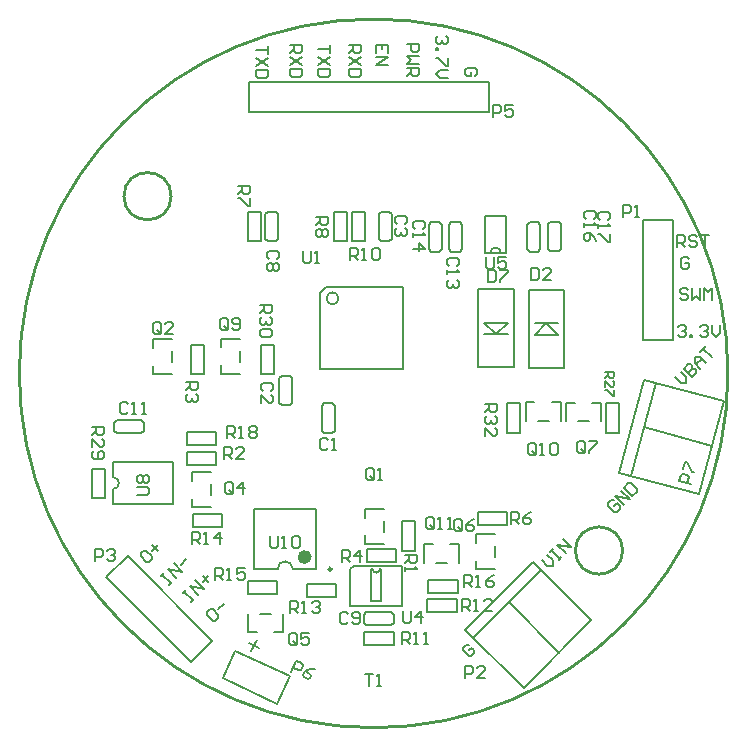
<source format=gto>
%FSLAX25Y25*%
%MOIN*%
G70*
G01*
G75*
%ADD10R,0.02756X0.03347*%
%ADD11R,0.03347X0.02756*%
%ADD12O,0.04724X0.00984*%
%ADD13R,0.04724X0.01772*%
%ADD14O,0.04724X0.01772*%
%ADD15O,0.00984X0.04724*%
%ADD16O,0.01772X0.04724*%
%ADD17R,0.03937X0.02362*%
%ADD18R,0.04724X0.01969*%
%ADD19O,0.03543X0.01969*%
%ADD20O,0.03543X0.01969*%
%ADD21R,0.03543X0.01969*%
%ADD22R,0.02362X0.03937*%
%ADD23O,0.02500X0.05500*%
%ADD24R,0.02500X0.05500*%
%ADD25R,0.07874X0.07874*%
%ADD26C,0.01000*%
%ADD27C,0.00800*%
%ADD28C,0.02000*%
%ADD29C,0.06000*%
%ADD30C,0.01500*%
%ADD31C,0.03000*%
%ADD32C,0.01200*%
%ADD33C,0.05906*%
%ADD34P,0.08352X4X180.0*%
%ADD35R,0.05906X0.05906*%
G04:AMPARAMS|DCode=36|XSize=78.74mil|YSize=118.11mil|CornerRadius=0mil|HoleSize=0mil|Usage=FLASHONLY|Rotation=45.000|XOffset=0mil|YOffset=0mil|HoleType=Round|Shape=Rectangle|*
%AMROTATEDRECTD36*
4,1,4,0.01392,-0.06960,-0.06960,0.01392,-0.01392,0.06960,0.06960,-0.01392,0.01392,-0.06960,0.0*
%
%ADD36ROTATEDRECTD36*%

G04:AMPARAMS|DCode=37|XSize=78.74mil|YSize=118.11mil|CornerRadius=0mil|HoleSize=0mil|Usage=FLASHONLY|Rotation=45.000|XOffset=0mil|YOffset=0mil|HoleType=Round|Shape=Round|*
%AMOVALD37*
21,1,0.03937,0.07874,0.00000,0.00000,135.0*
1,1,0.07874,0.01392,-0.01392*
1,1,0.07874,-0.01392,0.01392*
%
%ADD37OVALD37*%

G04:AMPARAMS|DCode=38|XSize=78.74mil|YSize=118.11mil|CornerRadius=0mil|HoleSize=0mil|Usage=FLASHONLY|Rotation=75.000|XOffset=0mil|YOffset=0mil|HoleType=Round|Shape=Round|*
%AMOVALD38*
21,1,0.03937,0.07874,0.00000,0.00000,165.0*
1,1,0.07874,0.01901,-0.00510*
1,1,0.07874,-0.01901,0.00510*
%
%ADD38OVALD38*%

G04:AMPARAMS|DCode=39|XSize=78.74mil|YSize=118.11mil|CornerRadius=0mil|HoleSize=0mil|Usage=FLASHONLY|Rotation=75.000|XOffset=0mil|YOffset=0mil|HoleType=Round|Shape=Rectangle|*
%AMROTATEDRECTD39*
4,1,4,0.04685,-0.05331,-0.06723,-0.02274,-0.04685,0.05331,0.06723,0.02274,0.04685,-0.05331,0.0*
%
%ADD39ROTATEDRECTD39*%

%ADD40P,0.08352X4X200.0*%
%ADD41R,0.05906X0.05906*%
%ADD42C,0.02000*%
%ADD43C,0.03000*%
%ADD44C,0.04000*%
%ADD45C,0.05000*%
%ADD46C,0.27559*%
%ADD47C,0.00500*%
%ADD48C,0.00787*%
%ADD49C,0.00984*%
%ADD50C,0.02362*%
D26*
X83000Y-59055D02*
G03*
X83000Y-59055I-7874J0D01*
G01*
X-67500Y59055D02*
G03*
X-67500Y59055I-7874J0D01*
G01*
X118110Y0D02*
G03*
X118110Y0I-118110J0D01*
G01*
D27*
X-281Y-65288D02*
G03*
X2081Y-65288I1181J0D01*
G01*
X-800D02*
X-281D01*
X2081D02*
X2500D01*
X-6580Y-64107D02*
X9561D01*
X-7762Y-65288D02*
X-6580Y-64107D01*
X-7762Y-77493D02*
Y-65288D01*
Y-77493D02*
X9561D01*
Y-64107D01*
X-800Y-75918D02*
Y-65288D01*
Y-75918D02*
X2500D01*
Y-65288D01*
D47*
X-11700Y25000D02*
G03*
X-11700Y25000I-2000J0D01*
G01*
X42466Y40138D02*
G03*
X38923Y40138I-1772J0D01*
G01*
X-86900Y-38581D02*
G03*
X-86900Y-34581I0J2000D01*
G01*
X18232Y-68735D02*
X28074D01*
X18232Y-73065D02*
X28074D01*
X18232D02*
Y-68735D01*
X28074Y-73065D02*
Y-68735D01*
X-56566Y-239D02*
Y9603D01*
X-60897Y-239D02*
Y9603D01*
X-56566D01*
X-60897Y-239D02*
X-56566D01*
X-17365Y-19087D02*
Y-10819D01*
X-16578Y-19874D02*
X-13822D01*
X-16578Y-10031D02*
X-13822D01*
X-13035Y-19087D02*
Y-10819D01*
X-13822Y-10031D02*
X-13035Y-10819D01*
X-17365D02*
X-16578Y-10031D01*
X-17365Y-19087D02*
X-16578Y-19874D01*
X-13822D02*
X-13035Y-19087D01*
X-15795Y28921D02*
X9796D01*
X-17763Y26953D02*
X-15794Y28921D01*
X-17763Y1362D02*
Y26953D01*
X-17763Y1362D02*
X9796D01*
Y28921D01*
X-60568Y-35810D02*
Y-32857D01*
Y-44668D02*
Y-41716D01*
X-54268Y-40535D02*
Y-36991D01*
X-60568Y-32857D02*
X-54268D01*
X-60568Y-44668D02*
X-54268D01*
X-60274Y-51365D02*
X-50432D01*
X-60274Y-47035D02*
X-50432D01*
Y-51365D02*
Y-47035D01*
X-60274Y-51365D02*
Y-47035D01*
X-41974Y-73665D02*
X-32131D01*
X-41974Y-69335D02*
X-32131D01*
Y-73665D02*
Y-69335D01*
X-41974Y-73665D02*
Y-69335D01*
X-22374Y-74665D02*
X-12531D01*
X-22374Y-70335D02*
X-12531D01*
Y-74665D02*
Y-70335D01*
X-22374Y-74665D02*
Y-70335D01*
X17926Y-79565D02*
X27768D01*
X17926Y-75235D02*
X27768D01*
Y-79565D02*
Y-75235D01*
X17926Y-79565D02*
Y-75235D01*
X33259Y-88262D02*
X55894Y-65627D01*
X30475Y-85478D02*
X53110Y-62843D01*
X49962Y-104965D02*
X72597Y-82330D01*
X53110Y-62843D02*
X72597Y-82330D01*
X30475Y-85478D02*
X49962Y-104966D01*
X45146Y-76375D02*
X61849Y-93078D01*
X-2768Y-48110D02*
Y-45158D01*
Y-56968D02*
Y-54016D01*
X3531Y-52835D02*
Y-49291D01*
X-2768Y-45158D02*
X3531D01*
X-2768Y-56968D02*
X3531D01*
X77535Y-19869D02*
Y-10026D01*
X81865Y-19869D02*
Y-10026D01*
X77535Y-19869D02*
X81865D01*
X77535Y-10026D02*
X81865D01*
X62465Y41419D02*
Y49687D01*
X58922Y50474D02*
X61678D01*
X58922Y40631D02*
X61678D01*
X58135Y41419D02*
Y49687D01*
Y41419D02*
X58922Y40631D01*
X61678D02*
X62465Y41419D01*
X61678Y50474D02*
X62465Y49687D01*
X58135D02*
X58922Y50474D01*
X51235Y41313D02*
Y49581D01*
X52022Y40526D02*
X54778D01*
X52022Y50368D02*
X54778D01*
X55565Y41313D02*
Y49581D01*
X54778Y50368D02*
X55565Y49581D01*
X51235D02*
X52022Y50368D01*
X51235Y41313D02*
X52022Y40526D01*
X54778D02*
X55565Y41313D01*
X37151Y40138D02*
Y52342D01*
X44238D01*
X37151Y40138D02*
X44238D01*
Y52342D01*
X29465Y41319D02*
Y49587D01*
X25922Y50374D02*
X28678D01*
X25922Y40532D02*
X28678D01*
X25135Y41319D02*
Y49587D01*
Y41319D02*
X25922Y40532D01*
X28678D02*
X29465Y41319D01*
X28678Y50374D02*
X29465Y49587D01*
X25135D02*
X25922Y50374D01*
X18335Y41313D02*
Y49581D01*
X19122Y40526D02*
X21878D01*
X19122Y50368D02*
X21878D01*
X22665Y41313D02*
Y49581D01*
X21878Y50368D02*
X22665Y49581D01*
X18335D02*
X19122Y50368D01*
X18335Y41313D02*
X19122Y40526D01*
X21878D02*
X22665Y41313D01*
X-41965Y44032D02*
Y53874D01*
X-37635Y44032D02*
Y53874D01*
X-41965Y44032D02*
X-37635D01*
X-41965Y53874D02*
X-37635D01*
X-31735Y44819D02*
Y53087D01*
X-35278Y53874D02*
X-32522D01*
X-35278Y44032D02*
X-32522D01*
X-36065Y44819D02*
Y53087D01*
Y44819D02*
X-35278Y44032D01*
X-32522D02*
X-31735Y44819D01*
X-32522Y53874D02*
X-31735Y53087D01*
X-36065D02*
X-35278Y53874D01*
X6018Y44819D02*
Y53087D01*
X2475Y53874D02*
X5231D01*
X2475Y44032D02*
X5231D01*
X1687Y44819D02*
Y53087D01*
Y44819D02*
X2475Y44032D01*
X5231D02*
X6018Y44819D01*
X5231Y53874D02*
X6018Y53087D01*
X1687D02*
X2475Y53874D01*
X-31465Y-9887D02*
Y-1619D01*
X-30678Y-10674D02*
X-27922D01*
X-30678Y-831D02*
X-27922D01*
X-27135Y-9887D02*
Y-1619D01*
X-27922Y-831D02*
X-27135Y-1619D01*
X-31465D02*
X-30678Y-831D01*
X-31465Y-9887D02*
X-30678Y-10674D01*
X-27922D02*
X-27135Y-9887D01*
X90069Y-17934D02*
X112886Y-24048D01*
X81915Y-33154D02*
X108535Y-40286D01*
X90200Y-2233D02*
X116820Y-9366D01*
X108535Y-40286D02*
X116820Y-9366D01*
X81915Y-33154D02*
X90200Y-2233D01*
X85718Y-34172D02*
X94003Y-3252D01*
X-41943Y-86368D02*
X-38990D01*
X-33084D02*
X-30132D01*
X-37809Y-80068D02*
X-34265D01*
X-41943Y-86368D02*
Y-80068D01*
X-30132Y-86368D02*
Y-80068D01*
X-62269Y-26135D02*
X-52426D01*
X-62269Y-30465D02*
X-52426D01*
X-62269D02*
Y-26135D01*
X-52426Y-30465D02*
Y-26135D01*
X-62269Y-19535D02*
X-52426D01*
X-62269Y-23865D02*
X-52426D01*
X-62269D02*
Y-19535D01*
X-52426Y-23865D02*
Y-19535D01*
X-86900Y-34581D02*
Y-29581D01*
Y-43581D02*
Y-38581D01*
X-66900Y-43581D02*
Y-29581D01*
X-86900D02*
X-66900D01*
X-86900Y-43581D02*
X-66900D01*
X-85681Y-19965D02*
X-77413D01*
X-76626Y-19178D02*
Y-16422D01*
X-86468Y-19178D02*
Y-16422D01*
X-85681Y-15635D02*
X-77413D01*
X-86468Y-16422D02*
X-85681Y-15635D01*
X-86468Y-19178D02*
X-85681Y-19965D01*
X-77413D02*
X-76626Y-19178D01*
X-77413Y-15635D02*
X-76626Y-16422D01*
X-89435Y-41574D02*
Y-31732D01*
X-93765Y-41574D02*
Y-31732D01*
X-89435D01*
X-93765Y-41574D02*
X-89435D01*
X34726Y-50565D02*
X44568D01*
X34726Y-46235D02*
X44568D01*
Y-50565D02*
Y-46235D01*
X34726Y-50565D02*
Y-46235D01*
X-13100Y44032D02*
Y53874D01*
X-8769Y44032D02*
Y53874D01*
X-13100Y44032D02*
X-8769D01*
X-13100Y53874D02*
X-8769D01*
X9435Y-59069D02*
Y-49226D01*
X13765Y-59069D02*
Y-49226D01*
X9435Y-59069D02*
X13765D01*
X9435Y-49226D02*
X13765D01*
X-2869Y44026D02*
Y53869D01*
X-7200Y44026D02*
Y53869D01*
X-2869D01*
X-7200Y44026D02*
X-2869D01*
X-2381Y-83965D02*
X5887D01*
X6674Y-83178D02*
Y-80422D01*
X-3168Y-83178D02*
Y-80422D01*
X-2381Y-79635D02*
X5887D01*
X-3168Y-80422D02*
X-2381Y-79635D01*
X-3168Y-83178D02*
X-2381Y-83965D01*
X5887D02*
X6674Y-83178D01*
X5887Y-79635D02*
X6674Y-80422D01*
X34132Y-56510D02*
Y-53557D01*
Y-65368D02*
Y-62416D01*
X40431Y-61235D02*
Y-57691D01*
X34132Y-53557D02*
X40431D01*
X34132Y-65368D02*
X40431D01*
X36863Y16937D02*
X40800Y13000D01*
X44737Y16937D01*
X36863Y13000D02*
X44737D01*
X36863Y16937D02*
X44737D01*
X46705Y1976D02*
Y27961D01*
X34894Y1976D02*
X46705D01*
X34894D02*
Y27961D01*
X46705D01*
X57600Y16842D02*
X61537Y12905D01*
X53663D02*
X57600Y16842D01*
X53663D02*
X61537D01*
X53663Y12905D02*
X61537D01*
X51695Y1882D02*
Y27866D01*
X63506D01*
Y1882D02*
Y27866D01*
X51695Y1882D02*
X63506D01*
X72890Y-9732D02*
X75842D01*
X64031D02*
X66984D01*
X68165Y-16032D02*
X71709D01*
X75842D02*
Y-9732D01*
X64031Y-16032D02*
Y-9732D01*
X-50999Y8624D02*
Y11577D01*
Y-234D02*
Y2719D01*
X-44700Y3900D02*
Y7443D01*
X-50999Y11577D02*
X-44700D01*
X-50999Y-234D02*
X-44700D01*
X-33366Y-239D02*
Y9603D01*
X-37697Y-239D02*
Y9603D01*
X-33366D01*
X-37697Y-239D02*
X-33366D01*
X59490Y-9601D02*
X62442D01*
X50631D02*
X53584D01*
X54765Y-15900D02*
X58309D01*
X62442D02*
Y-9601D01*
X50631Y-15900D02*
Y-9601D01*
X48765Y-19874D02*
Y-10031D01*
X44435Y-19874D02*
Y-10031D01*
X48765D01*
X44435Y-19874D02*
X48765D01*
X-73599Y8524D02*
Y11477D01*
Y-334D02*
Y2619D01*
X-67300Y3800D02*
Y7343D01*
X-73599Y11477D02*
X-67300D01*
X-73599Y-334D02*
X-67300D01*
X6674Y-90665D02*
Y-86335D01*
X-3168Y-90665D02*
Y-86335D01*
Y-90665D02*
X6674D01*
X-3168Y-86335D02*
X6674D01*
X7474Y-62865D02*
Y-58535D01*
X-2369Y-62865D02*
Y-58535D01*
Y-62865D02*
X7474D01*
X-2369Y-58535D02*
X7474D01*
X16732Y-63131D02*
Y-56832D01*
X28543Y-63131D02*
Y-56832D01*
X20865Y-63131D02*
X24409D01*
X16732Y-56832D02*
X19684D01*
X25590D02*
X28543D01*
X30000Y-71300D02*
Y-67301D01*
X31999D01*
X32666Y-67968D01*
Y-69301D01*
X31999Y-69967D01*
X30000D01*
X31333D02*
X32666Y-71300D01*
X33999D02*
X35332D01*
X34665D01*
Y-67301D01*
X33999Y-67968D01*
X39997Y-67301D02*
X38664Y-67968D01*
X37331Y-69301D01*
Y-70634D01*
X37997Y-71300D01*
X39330D01*
X39997Y-70634D01*
Y-69967D01*
X39330Y-69301D01*
X37331D01*
X-62500Y-3000D02*
X-58501D01*
Y-4999D01*
X-59168Y-5666D01*
X-60501D01*
X-61167Y-4999D01*
Y-3000D01*
Y-4333D02*
X-62500Y-5666D01*
X-59168Y-6999D02*
X-58501Y-7665D01*
Y-8998D01*
X-59168Y-9664D01*
X-59834D01*
X-60501Y-8998D01*
Y-8332D01*
Y-8998D01*
X-61167Y-9664D01*
X-61834D01*
X-62500Y-8998D01*
Y-7665D01*
X-61834Y-6999D01*
X10358Y49740D02*
X11025Y50406D01*
Y51739D01*
X10358Y52406D01*
X7692D01*
X7026Y51739D01*
Y50406D01*
X7692Y49740D01*
X10358Y48407D02*
X11025Y47740D01*
Y46407D01*
X10358Y45741D01*
X9692D01*
X9025Y46407D01*
Y47074D01*
Y46407D01*
X8359Y45741D01*
X7692D01*
X7026Y46407D01*
Y47740D01*
X7692Y48407D01*
X-34268Y-5766D02*
X-33601Y-5099D01*
Y-3766D01*
X-34268Y-3100D01*
X-36934D01*
X-37600Y-3766D01*
Y-5099D01*
X-36934Y-5766D01*
X-37600Y-9764D02*
Y-7099D01*
X-34934Y-9764D01*
X-34268D01*
X-33601Y-9098D01*
Y-7765D01*
X-34268Y-7099D01*
X105800Y-36900D02*
X101937Y-35865D01*
X102455Y-33934D01*
X103271Y-33463D01*
X104559Y-33808D01*
X105030Y-34624D01*
X104513Y-36555D01*
X102972Y-32003D02*
X103662Y-29428D01*
X104306Y-29600D01*
X106191Y-32865D01*
X106835Y-33037D01*
X-25634Y-89734D02*
Y-87068D01*
X-26301Y-86401D01*
X-27634D01*
X-28300Y-87068D01*
Y-89734D01*
X-27634Y-90400D01*
X-26301D01*
X-26967Y-89067D02*
X-25634Y-90400D01*
X-26301D02*
X-25634Y-89734D01*
X-21635Y-86401D02*
X-24301D01*
Y-88401D01*
X-22968Y-87734D01*
X-22302D01*
X-21635Y-88401D01*
Y-89734D01*
X-22302Y-90400D01*
X-23635D01*
X-24301Y-89734D01*
X-78899Y-40500D02*
X-75566D01*
X-74900Y-39834D01*
Y-38501D01*
X-75566Y-37834D01*
X-78899D01*
X-78232Y-36501D02*
X-78899Y-35835D01*
Y-34502D01*
X-78232Y-33836D01*
X-77566D01*
X-76899Y-34502D01*
X-76233Y-33836D01*
X-75566D01*
X-74900Y-34502D01*
Y-35835D01*
X-75566Y-36501D01*
X-76233D01*
X-76899Y-35835D01*
X-77566Y-36501D01*
X-78232D01*
X-76899Y-35835D02*
Y-34502D01*
X-93800Y-18000D02*
X-89801D01*
Y-19999D01*
X-90468Y-20666D01*
X-91801D01*
X-92467Y-19999D01*
Y-18000D01*
Y-19333D02*
X-93800Y-20666D01*
Y-24665D02*
Y-21999D01*
X-91134Y-24665D01*
X-90468D01*
X-89801Y-23998D01*
Y-22665D01*
X-90468Y-21999D01*
X-93134Y-25997D02*
X-93800Y-26664D01*
Y-27997D01*
X-93134Y-28663D01*
X-90468D01*
X-89801Y-27997D01*
Y-26664D01*
X-90468Y-25997D01*
X-91134D01*
X-91801Y-26664D01*
Y-28663D01*
X-49000Y-21600D02*
Y-17601D01*
X-47001D01*
X-46334Y-18268D01*
Y-19601D01*
X-47001Y-20267D01*
X-49000D01*
X-47667D02*
X-46334Y-21600D01*
X-45001D02*
X-43668D01*
X-44335D01*
Y-17601D01*
X-45001Y-18268D01*
X-41669D02*
X-41003Y-17601D01*
X-39670D01*
X-39003Y-18268D01*
Y-18934D01*
X-39670Y-19601D01*
X-39003Y-20267D01*
Y-20933D01*
X-39670Y-21600D01*
X-41003D01*
X-41669Y-20933D01*
Y-20267D01*
X-41003Y-19601D01*
X-41669Y-18934D01*
Y-18268D01*
X-41003Y-19601D02*
X-39670D01*
X-8000Y37800D02*
Y41799D01*
X-6001D01*
X-5334Y41132D01*
Y39799D01*
X-6001Y39133D01*
X-8000D01*
X-6667D02*
X-5334Y37800D01*
X-4001D02*
X-2668D01*
X-3335D01*
Y41799D01*
X-4001Y41132D01*
X-669D02*
X-3Y41799D01*
X1330D01*
X1997Y41132D01*
Y38466D01*
X1330Y37800D01*
X-3D01*
X-669Y38466D01*
Y41132D01*
X-19100Y52100D02*
X-15101D01*
Y50101D01*
X-15768Y49434D01*
X-17101D01*
X-17767Y50101D01*
Y52100D01*
Y50767D02*
X-19100Y49434D01*
X-15768Y48101D02*
X-15101Y47435D01*
Y46102D01*
X-15768Y45436D01*
X-16434D01*
X-17101Y46102D01*
X-17767Y45436D01*
X-18433D01*
X-19100Y46102D01*
Y47435D01*
X-18433Y48101D01*
X-17767D01*
X-17101Y47435D01*
X-16434Y48101D01*
X-15768D01*
X-17101Y47435D02*
Y46102D01*
X45800Y-50300D02*
Y-46301D01*
X47799D01*
X48466Y-46968D01*
Y-48301D01*
X47799Y-48967D01*
X45800D01*
X47133D02*
X48466Y-50300D01*
X52464Y-46301D02*
X51132Y-46968D01*
X49799Y-48301D01*
Y-49634D01*
X50465Y-50300D01*
X51798D01*
X52464Y-49634D01*
Y-48967D01*
X51798Y-48301D01*
X49799D01*
X-49800Y-28400D02*
Y-24401D01*
X-47801D01*
X-47134Y-25068D01*
Y-26401D01*
X-47801Y-27067D01*
X-49800D01*
X-48467D02*
X-47134Y-28400D01*
X-43135D02*
X-45801D01*
X-43135Y-25734D01*
Y-25068D01*
X-43802Y-24401D01*
X-45135D01*
X-45801Y-25068D01*
X10400Y-60600D02*
X14399D01*
Y-62599D01*
X13732Y-63266D01*
X12399D01*
X11733Y-62599D01*
Y-60600D01*
Y-61933D02*
X10400Y-63266D01*
Y-64599D02*
Y-65932D01*
Y-65265D01*
X14399D01*
X13732Y-64599D01*
X-81934Y-10168D02*
X-82601Y-9501D01*
X-83934D01*
X-84600Y-10168D01*
Y-12833D01*
X-83934Y-13500D01*
X-82601D01*
X-81934Y-12833D01*
X-80601Y-13500D02*
X-79268D01*
X-79935D01*
Y-9501D01*
X-80601Y-10168D01*
X-77269Y-13500D02*
X-75936D01*
X-76603D01*
Y-9501D01*
X-77269Y-10168D01*
X-8534Y-80368D02*
X-9201Y-79701D01*
X-10533D01*
X-11200Y-80368D01*
Y-83034D01*
X-10533Y-83700D01*
X-9201D01*
X-8534Y-83034D01*
X-7201D02*
X-6535Y-83700D01*
X-5202D01*
X-4535Y-83034D01*
Y-80368D01*
X-5202Y-79701D01*
X-6535D01*
X-7201Y-80368D01*
Y-81034D01*
X-6535Y-81701D01*
X-4535D01*
X-34400Y-54201D02*
Y-57534D01*
X-33734Y-58200D01*
X-32401D01*
X-31734Y-57534D01*
Y-54201D01*
X-30401Y-58200D02*
X-29068D01*
X-29735D01*
Y-54201D01*
X-30401Y-54868D01*
X-27069D02*
X-26403Y-54201D01*
X-25070D01*
X-24403Y-54868D01*
Y-57534D01*
X-25070Y-58200D01*
X-26403D01*
X-27069Y-57534D01*
Y-54868D01*
X37100Y-10100D02*
X41099D01*
Y-12099D01*
X40432Y-12766D01*
X39099D01*
X38433Y-12099D01*
Y-10100D01*
Y-11433D02*
X37100Y-12766D01*
X40432Y-14099D02*
X41099Y-14765D01*
Y-16098D01*
X40432Y-16765D01*
X39766D01*
X39099Y-16098D01*
Y-15432D01*
Y-16098D01*
X38433Y-16765D01*
X37766D01*
X37100Y-16098D01*
Y-14765D01*
X37766Y-14099D01*
X37100Y-20763D02*
Y-18097D01*
X39766Y-20763D01*
X40432D01*
X41099Y-20097D01*
Y-18764D01*
X40432Y-18097D01*
X-37800Y22800D02*
X-33801D01*
Y20801D01*
X-34468Y20134D01*
X-35801D01*
X-36467Y20801D01*
Y22800D01*
Y21467D02*
X-37800Y20134D01*
X-34468Y18801D02*
X-33801Y18135D01*
Y16802D01*
X-34468Y16136D01*
X-35134D01*
X-35801Y16802D01*
Y17468D01*
Y16802D01*
X-36467Y16136D01*
X-37134D01*
X-37800Y16802D01*
Y18135D01*
X-37134Y18801D01*
X-34468Y14803D02*
X-33801Y14136D01*
Y12803D01*
X-34468Y12137D01*
X-37134D01*
X-37800Y12803D01*
Y14136D01*
X-37134Y14803D01*
X-34468D01*
X53966Y-26534D02*
Y-23868D01*
X53299Y-23201D01*
X51966D01*
X51300Y-23868D01*
Y-26534D01*
X51966Y-27200D01*
X53299D01*
X52633Y-25867D02*
X53966Y-27200D01*
X53299D02*
X53966Y-26534D01*
X55299Y-27200D02*
X56632D01*
X55965D01*
Y-23201D01*
X55299Y-23868D01*
X58631D02*
X59297Y-23201D01*
X60630D01*
X61297Y-23868D01*
Y-26534D01*
X60630Y-27200D01*
X59297D01*
X58631Y-26534D01*
Y-23868D01*
X-48634Y15067D02*
Y17732D01*
X-49301Y18399D01*
X-50634D01*
X-51300Y17732D01*
Y15067D01*
X-50634Y14400D01*
X-49301D01*
X-49967Y15733D02*
X-48634Y14400D01*
X-49301D02*
X-48634Y15067D01*
X-47301D02*
X-46635Y14400D01*
X-45302D01*
X-44635Y15067D01*
Y17732D01*
X-45302Y18399D01*
X-46635D01*
X-47301Y17732D01*
Y17066D01*
X-46635Y16399D01*
X-44635D01*
X70366Y-25834D02*
Y-23168D01*
X69699Y-22501D01*
X68366D01*
X67700Y-23168D01*
Y-25834D01*
X68366Y-26500D01*
X69699D01*
X69033Y-25167D02*
X70366Y-26500D01*
X69699D02*
X70366Y-25834D01*
X71699Y-22501D02*
X74365D01*
Y-23168D01*
X71699Y-25834D01*
Y-26500D01*
X29330Y-51734D02*
Y-49068D01*
X28663Y-48401D01*
X27330D01*
X26664Y-49068D01*
Y-51734D01*
X27330Y-52400D01*
X28663D01*
X27997Y-51067D02*
X29330Y-52400D01*
X28663D02*
X29330Y-51734D01*
X33328Y-48401D02*
X31995Y-49068D01*
X30663Y-50401D01*
Y-51734D01*
X31329Y-52400D01*
X32662D01*
X33328Y-51734D01*
Y-51067D01*
X32662Y-50401D01*
X30663D01*
X-27400Y-99400D02*
X-25710Y-95776D01*
X-23898Y-96621D01*
X-23576Y-97507D01*
X-24139Y-98715D01*
X-25025Y-99037D01*
X-26837Y-98192D01*
X-19670Y-98593D02*
X-21160Y-98633D01*
X-22931Y-99278D01*
X-23494Y-100486D01*
X-23172Y-101372D01*
X-21964Y-101935D01*
X-21078Y-101612D01*
X-20797Y-101008D01*
X-21119Y-100123D01*
X-22931Y-99278D01*
X39900Y85500D02*
Y89499D01*
X41899D01*
X42566Y88832D01*
Y87499D01*
X41899Y86833D01*
X39900D01*
X46564Y89499D02*
X43899D01*
Y87499D01*
X45232Y88166D01*
X45898D01*
X46564Y87499D01*
Y86166D01*
X45898Y85500D01*
X44565D01*
X43899Y86166D01*
X38000Y34299D02*
Y30300D01*
X39999D01*
X40666Y30966D01*
Y33632D01*
X39999Y34299D01*
X38000D01*
X41999D02*
X44664D01*
Y33632D01*
X41999Y30966D01*
Y30300D01*
X52450Y35149D02*
Y31150D01*
X54449D01*
X55116Y31816D01*
Y34482D01*
X54449Y35149D01*
X52450D01*
X59114Y31150D02*
X56449D01*
X59114Y33816D01*
Y34482D01*
X58448Y35149D01*
X57115D01*
X56449Y34482D01*
X77200Y500D02*
X80199D01*
Y-1000D01*
X79699Y-1499D01*
X78699D01*
X78200Y-1000D01*
Y500D01*
Y-500D02*
X77200Y-1499D01*
Y-4498D02*
Y-2499D01*
X79199Y-4498D01*
X79699D01*
X80199Y-3999D01*
Y-2999D01*
X79699Y-2499D01*
X80199Y-5498D02*
Y-7497D01*
X79699D01*
X77700Y-5498D01*
X77200D01*
X30500Y-101600D02*
Y-97601D01*
X32499D01*
X33166Y-98268D01*
Y-99601D01*
X32499Y-100267D01*
X30500D01*
X37165Y-101600D02*
X34499D01*
X37165Y-98934D01*
Y-98268D01*
X36498Y-97601D01*
X35165D01*
X34499Y-98268D01*
X83200Y52200D02*
Y56199D01*
X85199D01*
X85866Y55532D01*
Y54199D01*
X85199Y53533D01*
X83200D01*
X87199Y52200D02*
X88532D01*
X87865D01*
Y56199D01*
X87199Y55532D01*
X37400Y38899D02*
Y35566D01*
X38066Y34900D01*
X39399D01*
X40066Y35566D01*
Y38899D01*
X44065D02*
X41399D01*
Y36899D01*
X42732Y37566D01*
X43398D01*
X44065Y36899D01*
Y35566D01*
X43398Y34900D01*
X42065D01*
X41399Y35566D01*
X9700Y-79201D02*
Y-82534D01*
X10367Y-83200D01*
X11699D01*
X12366Y-82534D01*
Y-79201D01*
X15698Y-83200D02*
Y-79201D01*
X13699Y-81201D01*
X16364D01*
X-34Y-34834D02*
Y-32168D01*
X-701Y-31501D01*
X-2034D01*
X-2700Y-32168D01*
Y-34834D01*
X-2034Y-35500D01*
X-701D01*
X-1367Y-34167D02*
X-34Y-35500D01*
X-701D02*
X-34Y-34834D01*
X1299Y-35500D02*
X2632D01*
X1965D01*
Y-31501D01*
X1299Y-32168D01*
X-46934Y-39534D02*
Y-36868D01*
X-47601Y-36201D01*
X-48934D01*
X-49600Y-36868D01*
Y-39534D01*
X-48934Y-40200D01*
X-47601D01*
X-48267Y-38867D02*
X-46934Y-40200D01*
X-47601D02*
X-46934Y-39534D01*
X-43602Y-40200D02*
Y-36201D01*
X-45601Y-38201D01*
X-42935D01*
X-70866Y13801D02*
Y16467D01*
X-71532Y17133D01*
X-72865D01*
X-73532Y16467D01*
Y13801D01*
X-72865Y13135D01*
X-71532D01*
X-72199Y14468D02*
X-70866Y13135D01*
X-71532D02*
X-70866Y13801D01*
X-66867Y13135D02*
X-69533D01*
X-66867Y15800D01*
Y16467D01*
X-67533Y17133D01*
X-68866D01*
X-69533Y16467D01*
X-23600Y40899D02*
Y37566D01*
X-22933Y36900D01*
X-21601D01*
X-20934Y37566D01*
Y40899D01*
X-19601Y36900D02*
X-18268D01*
X-18935D01*
Y40899D01*
X-19601Y40232D01*
X-45300Y62400D02*
X-41301D01*
Y60401D01*
X-41968Y59734D01*
X-43301D01*
X-43967Y60401D01*
Y62400D01*
Y61067D02*
X-45300Y59734D01*
X-41301Y58401D02*
Y55735D01*
X-41968D01*
X-44634Y58401D01*
X-45300D01*
X-60500Y-56800D02*
Y-52801D01*
X-58501D01*
X-57834Y-53468D01*
Y-54801D01*
X-58501Y-55467D01*
X-60500D01*
X-59167D02*
X-57834Y-56800D01*
X-56501D02*
X-55168D01*
X-55835D01*
Y-52801D01*
X-56501Y-53468D01*
X-51170Y-56800D02*
Y-52801D01*
X-53169Y-54801D01*
X-50503D01*
X29600Y-79100D02*
Y-75101D01*
X31599D01*
X32266Y-75768D01*
Y-77101D01*
X31599Y-77767D01*
X29600D01*
X30933D02*
X32266Y-79100D01*
X33599D02*
X34932D01*
X34265D01*
Y-75101D01*
X33599Y-75768D01*
X39597Y-79100D02*
X36931D01*
X39597Y-76434D01*
Y-75768D01*
X38930Y-75101D01*
X37597D01*
X36931Y-75768D01*
X-28000Y-79900D02*
Y-75901D01*
X-26001D01*
X-25334Y-76568D01*
Y-77901D01*
X-26001Y-78567D01*
X-28000D01*
X-26667D02*
X-25334Y-79900D01*
X-24001D02*
X-22668D01*
X-23335D01*
Y-75901D01*
X-24001Y-76568D01*
X-20669D02*
X-20003Y-75901D01*
X-18670D01*
X-18003Y-76568D01*
Y-77234D01*
X-18670Y-77901D01*
X-19336D01*
X-18670D01*
X-18003Y-78567D01*
Y-79234D01*
X-18670Y-79900D01*
X-20003D01*
X-20669Y-79234D01*
X-53024Y-69031D02*
Y-65033D01*
X-51025D01*
X-50358Y-65699D01*
Y-67032D01*
X-51025Y-67698D01*
X-53024D01*
X-51691D02*
X-50358Y-69031D01*
X-49025D02*
X-47692D01*
X-48359D01*
Y-65033D01*
X-49025Y-65699D01*
X-43027Y-65033D02*
X-45693D01*
Y-67032D01*
X-44360Y-66365D01*
X-43694D01*
X-43027Y-67032D01*
Y-68365D01*
X-43694Y-69031D01*
X-45027D01*
X-45693Y-68365D01*
X-92800Y-62600D02*
Y-58601D01*
X-90801D01*
X-90134Y-59268D01*
Y-60601D01*
X-90801Y-61267D01*
X-92800D01*
X-88801Y-59268D02*
X-88135Y-58601D01*
X-86802D01*
X-86136Y-59268D01*
Y-59934D01*
X-86802Y-60601D01*
X-87468D01*
X-86802D01*
X-86136Y-61267D01*
Y-61934D01*
X-86802Y-62600D01*
X-88135D01*
X-88801Y-61934D01*
X16432Y48034D02*
X17099Y48701D01*
Y50034D01*
X16432Y50700D01*
X13767D01*
X13100Y50034D01*
Y48701D01*
X13767Y48034D01*
X13100Y46701D02*
Y45368D01*
Y46035D01*
X17099D01*
X16432Y46701D01*
X13100Y41370D02*
X17099D01*
X15099Y43369D01*
Y40703D01*
X73532Y51434D02*
X74199Y52101D01*
Y53434D01*
X73532Y54100D01*
X70866D01*
X70200Y53434D01*
Y52101D01*
X70866Y51434D01*
X70200Y50101D02*
Y48768D01*
Y49435D01*
X74199D01*
X73532Y50101D01*
X74199Y44103D02*
X73532Y45436D01*
X72199Y46769D01*
X70866D01*
X70200Y46103D01*
Y44770D01*
X70866Y44103D01*
X71533D01*
X72199Y44770D01*
Y46769D01*
X-32168Y38134D02*
X-31501Y38801D01*
Y40134D01*
X-32168Y40800D01*
X-34834D01*
X-35500Y40134D01*
Y38801D01*
X-34834Y38134D01*
X-32168Y36801D02*
X-31501Y36135D01*
Y34802D01*
X-32168Y34135D01*
X-32834D01*
X-33501Y34802D01*
X-34167Y34135D01*
X-34834D01*
X-35500Y34802D01*
Y36135D01*
X-34834Y36801D01*
X-34167D01*
X-33501Y36135D01*
X-32834Y36801D01*
X-32168D01*
X-33501Y36135D02*
Y34802D01*
X78232Y51234D02*
X78899Y51901D01*
Y53234D01*
X78232Y53900D01*
X75566D01*
X74900Y53234D01*
Y51901D01*
X75566Y51234D01*
X74900Y49901D02*
Y48568D01*
Y49235D01*
X78899D01*
X78232Y49901D01*
X78899Y46569D02*
Y43903D01*
X78232D01*
X75566Y46569D01*
X74900D01*
X27732Y35834D02*
X28399Y36501D01*
Y37834D01*
X27732Y38500D01*
X25067D01*
X24400Y37834D01*
Y36501D01*
X25067Y35834D01*
X24400Y34501D02*
Y33168D01*
Y33835D01*
X28399D01*
X27732Y34501D01*
Y31169D02*
X28399Y30503D01*
Y29170D01*
X27732Y28503D01*
X27066D01*
X26399Y29170D01*
Y29836D01*
Y29170D01*
X25733Y28503D01*
X25067D01*
X24400Y29170D01*
Y30503D01*
X25067Y31169D01*
X-15334Y-22068D02*
X-16001Y-21401D01*
X-17334D01*
X-18000Y-22068D01*
Y-24734D01*
X-17334Y-25400D01*
X-16001D01*
X-15334Y-24734D01*
X-14001Y-25400D02*
X-12668D01*
X-13335D01*
Y-21401D01*
X-14001Y-22068D01*
X20166Y-51234D02*
Y-48568D01*
X19499Y-47901D01*
X18167D01*
X17500Y-48568D01*
Y-51234D01*
X18167Y-51900D01*
X19499D01*
X18833Y-50567D02*
X20166Y-51900D01*
X19499D02*
X20166Y-51234D01*
X21499Y-51900D02*
X22832D01*
X22165D01*
Y-47901D01*
X21499Y-48568D01*
X24831Y-51900D02*
X26164D01*
X25497D01*
Y-47901D01*
X24831Y-48568D01*
X-10700Y-62900D02*
Y-58901D01*
X-8701D01*
X-8034Y-59568D01*
Y-60901D01*
X-8701Y-61567D01*
X-10700D01*
X-9367D02*
X-8034Y-62900D01*
X-4702D02*
Y-58901D01*
X-6701Y-60901D01*
X-4036D01*
X9400Y-90300D02*
Y-86301D01*
X11399D01*
X12066Y-86968D01*
Y-88301D01*
X11399Y-88967D01*
X9400D01*
X10733D02*
X12066Y-90300D01*
X13399D02*
X14732D01*
X14065D01*
Y-86301D01*
X13399Y-86968D01*
X16731Y-90300D02*
X18064D01*
X17397D01*
Y-86301D01*
X16731Y-86968D01*
X-2900Y-100101D02*
X-234D01*
X-1567D01*
Y-104100D01*
X1099D02*
X2432D01*
X1765D01*
Y-100101D01*
X1099Y-100768D01*
X-35101Y109000D02*
Y106334D01*
Y107667D01*
X-39100D01*
X-35101Y105001D02*
X-39100Y102336D01*
X-35101D02*
X-39100Y105001D01*
X-35101Y101003D02*
X-39100D01*
Y99003D01*
X-38434Y98337D01*
X-35768D01*
X-35101Y99003D01*
Y101003D01*
X-27900Y109300D02*
X-23901D01*
Y107301D01*
X-24568Y106634D01*
X-25901D01*
X-26567Y107301D01*
Y109300D01*
Y107967D02*
X-27900Y106634D01*
X-23901Y105301D02*
X-27900Y102636D01*
X-23901D02*
X-27900Y105301D01*
X-23901Y101303D02*
X-27900D01*
Y99303D01*
X-27234Y98637D01*
X-24568D01*
X-23901Y99303D01*
Y101303D01*
X-14501Y109600D02*
Y106934D01*
Y108267D01*
X-18500D01*
X-14501Y105601D02*
X-18500Y102936D01*
X-14501D02*
X-18500Y105601D01*
X-14501Y101603D02*
X-18500D01*
Y99603D01*
X-17833Y98937D01*
X-15168D01*
X-14501Y99603D01*
Y101603D01*
X-8300Y109600D02*
X-4301D01*
Y107601D01*
X-4968Y106934D01*
X-6301D01*
X-6967Y107601D01*
Y109600D01*
Y108267D02*
X-8300Y106934D01*
X-4301Y105601D02*
X-8300Y102936D01*
X-4301D02*
X-8300Y105601D01*
X-4301Y101603D02*
X-8300D01*
Y99603D01*
X-7633Y98937D01*
X-4968D01*
X-4301Y99603D01*
Y101603D01*
X4899Y106734D02*
Y109400D01*
X900D01*
Y106734D01*
X2899Y109400D02*
Y108067D01*
X900Y105401D02*
X4899D01*
X900Y102735D01*
X4899D01*
X11000Y109700D02*
X14999D01*
Y107701D01*
X14332Y107034D01*
X12999D01*
X12333Y107701D01*
Y109700D01*
X14999Y105701D02*
X11000D01*
X12333Y104368D01*
X11000Y103035D01*
X14999D01*
X11000Y101703D02*
X14999D01*
Y99703D01*
X14332Y99037D01*
X12999D01*
X12333Y99703D01*
Y101703D01*
Y100370D02*
X11000Y99037D01*
X24132Y112500D02*
X24799Y111834D01*
Y110501D01*
X24132Y109834D01*
X23466D01*
X22799Y110501D01*
Y111167D01*
Y110501D01*
X22133Y109834D01*
X21466D01*
X20800Y110501D01*
Y111834D01*
X21466Y112500D01*
X20800Y108501D02*
X21466D01*
Y107835D01*
X20800D01*
Y108501D01*
X24799Y105169D02*
Y102503D01*
X24132D01*
X21466Y105169D01*
X20800D01*
X24799Y101170D02*
X22133D01*
X20800Y99837D01*
X22133Y98505D01*
X24799D01*
X33832Y99134D02*
X34499Y99801D01*
Y101134D01*
X33832Y101800D01*
X31166D01*
X30500Y101134D01*
Y99801D01*
X31166Y99134D01*
X32499D01*
Y100467D01*
X101500Y15332D02*
X102166Y15999D01*
X103499D01*
X104166Y15332D01*
Y14666D01*
X103499Y13999D01*
X102833D01*
X103499D01*
X104166Y13333D01*
Y12666D01*
X103499Y12000D01*
X102166D01*
X101500Y12666D01*
X105499Y12000D02*
Y12666D01*
X106165D01*
Y12000D01*
X105499D01*
X108831Y15332D02*
X109497Y15999D01*
X110830D01*
X111497Y15332D01*
Y14666D01*
X110830Y13999D01*
X110164D01*
X110830D01*
X111497Y13333D01*
Y12666D01*
X110830Y12000D01*
X109497D01*
X108831Y12666D01*
X112830Y15999D02*
Y13333D01*
X114163Y12000D01*
X115496Y13333D01*
Y15999D01*
X104866Y27832D02*
X104199Y28499D01*
X102866D01*
X102200Y27832D01*
Y27166D01*
X102866Y26499D01*
X104199D01*
X104866Y25833D01*
Y25166D01*
X104199Y24500D01*
X102866D01*
X102200Y25166D01*
X106199Y28499D02*
Y24500D01*
X107532Y25833D01*
X108864Y24500D01*
Y28499D01*
X110197Y24500D02*
Y28499D01*
X111530Y27166D01*
X112863Y28499D01*
Y24500D01*
X105266Y38032D02*
X104599Y38699D01*
X103267D01*
X102600Y38032D01*
Y35366D01*
X103267Y34700D01*
X104599D01*
X105266Y35366D01*
Y36699D01*
X103933D01*
X101000Y42000D02*
Y45999D01*
X102999D01*
X103666Y45332D01*
Y43999D01*
X102999Y43333D01*
X101000D01*
X102333D02*
X103666Y42000D01*
X107665Y45332D02*
X106998Y45999D01*
X105665D01*
X104999Y45332D01*
Y44666D01*
X105665Y43999D01*
X106998D01*
X107665Y43333D01*
Y42666D01*
X106998Y42000D01*
X105665D01*
X104999Y42666D01*
X108997Y45999D02*
X111663D01*
X110330D01*
Y42000D01*
X80129Y-42359D02*
X79186D01*
X78244Y-43301D01*
Y-44244D01*
X80129Y-46129D01*
X81071D01*
X82014Y-45186D01*
Y-44244D01*
X81071Y-43301D01*
X80129Y-44244D01*
X83428Y-43773D02*
X80600Y-40945D01*
X85312Y-41888D01*
X82485Y-39060D01*
X83428Y-38118D02*
X86255Y-40945D01*
X87669Y-39531D01*
Y-38589D01*
X85784Y-36704D01*
X84841D01*
X83428Y-38118D01*
X100472Y-1273D02*
X102357Y-3158D01*
X104243D01*
Y-1273D01*
X102357Y612D01*
X103300Y1555D02*
X106128Y-1273D01*
X107541Y141D01*
Y1084D01*
X107070Y1555D01*
X106128D01*
X104714Y141D01*
X106128Y1555D01*
Y2497D01*
X105656Y2969D01*
X104714D01*
X103300Y1555D01*
X108955D02*
X107070Y3440D01*
Y5325D01*
X108955Y5325D01*
X110840Y3440D01*
X109426Y4854D01*
X107541Y2969D01*
X108955Y7210D02*
X110840Y9095D01*
X109897Y8153D01*
X112725Y5325D01*
X31629Y-90459D02*
X30686D01*
X29744Y-91401D01*
Y-92344D01*
X31629Y-94229D01*
X32571D01*
X33514Y-93286D01*
Y-92344D01*
X32571Y-91401D01*
X31629Y-92344D01*
X55972Y-62273D02*
X57858Y-64157D01*
X59742D01*
Y-62273D01*
X57858Y-60387D01*
X58800Y-59445D02*
X59742Y-58503D01*
X59271Y-58974D01*
X62099Y-61801D01*
X61628Y-62273D01*
X62570Y-61330D01*
X63984Y-59916D02*
X61156Y-57089D01*
X65869Y-58031D01*
X63041Y-55204D01*
X-38067Y-91418D02*
X-41691Y-89728D01*
X-40724Y-92385D02*
X-39035Y-88761D01*
X-76714Y-59059D02*
X-77656Y-60001D01*
Y-60944D01*
X-75771Y-62829D01*
X-74829D01*
X-73886Y-61886D01*
Y-60944D01*
X-75771Y-59059D01*
X-76714D01*
X-73886D02*
X-72001Y-57174D01*
X-73886Y-57174D02*
X-72001Y-59059D01*
X-54614Y-78659D02*
X-55556Y-79601D01*
Y-80544D01*
X-53671Y-82429D01*
X-52729D01*
X-51786Y-81486D01*
Y-80544D01*
X-53671Y-78659D01*
X-54614D01*
X-51786D02*
X-49901Y-76774D01*
X-63627Y-73273D02*
X-62685Y-72330D01*
X-63156Y-72801D01*
X-60329Y-75629D01*
X-60800Y-76100D01*
X-59857Y-75157D01*
X-58444Y-73744D02*
X-61271Y-70916D01*
X-56559Y-71859D01*
X-59386Y-69031D01*
X-57030Y-69503D02*
X-55145Y-67617D01*
X-57030D02*
X-55145Y-69503D01*
X-70928Y-67572D02*
X-69985Y-66630D01*
X-70456Y-67101D01*
X-67629Y-69929D01*
X-68100Y-70400D01*
X-67158Y-69458D01*
X-65744Y-68044D02*
X-68571Y-65216D01*
X-63859Y-66159D01*
X-66686Y-63331D01*
X-64330Y-63802D02*
X-62445Y-61918D01*
D48*
X-27000Y-65139D02*
G03*
X-32000Y-65139I-2500J0D01*
G01*
X-60800Y-96171D02*
X-53729Y-89100D01*
X-89084Y-67887D02*
X-60800Y-96171D01*
X-82013Y-60816D02*
X-53729Y-89100D01*
X-89084Y-67887D02*
X-82013Y-60816D01*
X89800Y11200D02*
X99800D01*
X89800D02*
Y51200D01*
X99800Y11200D02*
Y51200D01*
X89800D02*
X99800D01*
X-50308Y-101592D02*
X-46082Y-92529D01*
X-27955Y-100982D01*
X-32182Y-110045D02*
X-27955Y-100982D01*
X-50308Y-101592D02*
X-32182Y-110045D01*
X-19067Y-65139D02*
Y-45061D01*
X-39933Y-65139D02*
Y-45061D01*
X-27000Y-65139D02*
X-19067D01*
X-39933D02*
X-32000D01*
X-39933Y-45061D02*
X-19067D01*
X38500Y87200D02*
Y97200D01*
X-41500Y87200D02*
X38500D01*
X-41500D02*
Y97200D01*
X38500D01*
D49*
X-14008Y-65218D02*
G03*
X-14008Y-65218I-492J0D01*
G01*
D50*
X-21823Y-61202D02*
G03*
X-21823Y-61202I-1181J0D01*
G01*
M02*

</source>
